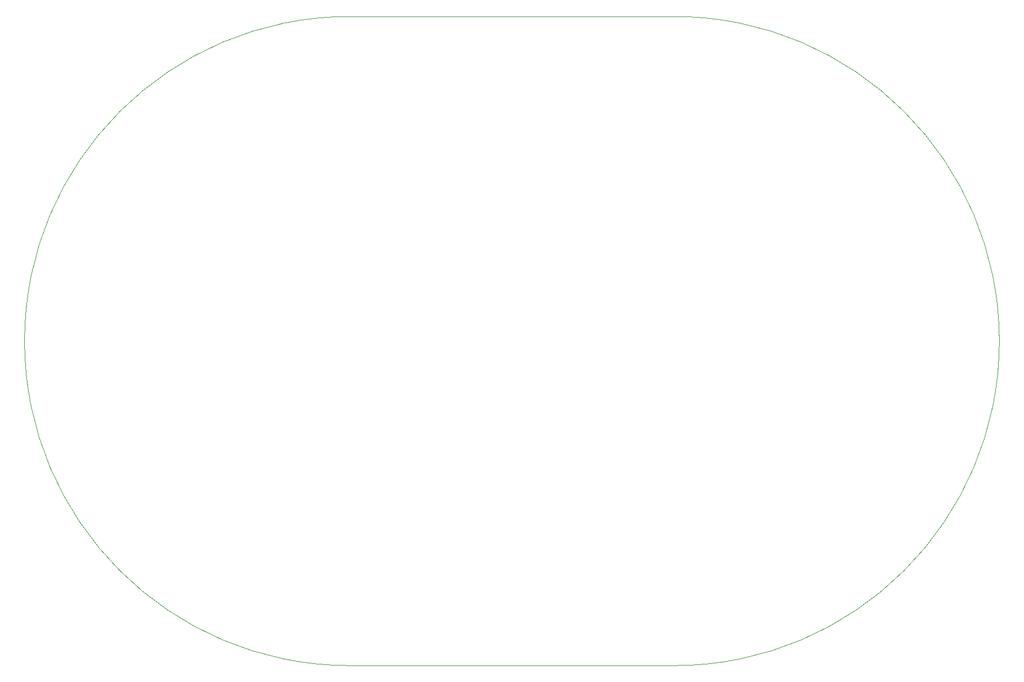
<source format=gbr>
%TF.GenerationSoftware,KiCad,Pcbnew,8.0.1*%
%TF.CreationDate,2024-08-22T17:50:51+03:00*%
%TF.ProjectId,Maze_kiCad,4d617a65-5f6b-4694-9361-642e6b696361,rev?*%
%TF.SameCoordinates,Original*%
%TF.FileFunction,Profile,NP*%
%FSLAX46Y46*%
G04 Gerber Fmt 4.6, Leading zero omitted, Abs format (unit mm)*
G04 Created by KiCad (PCBNEW 8.0.1) date 2024-08-22 17:50:51*
%MOMM*%
%LPD*%
G01*
G04 APERTURE LIST*
%TA.AperFunction,Profile*%
%ADD10C,0.050000*%
%TD*%
G04 APERTURE END LIST*
D10*
X210500000Y-98500000D02*
G75*
G02*
X160500000Y-148500000I-50000000J0D01*
G01*
X60500000Y-98500000D02*
G75*
G02*
X110500000Y-48500000I50000000J0D01*
G01*
X110500000Y-148500000D02*
G75*
G02*
X60500000Y-98500000I0J50000000D01*
G01*
X110500000Y-48500000D02*
X160500000Y-48500000D01*
X110500000Y-148500000D02*
X160500000Y-148500000D01*
X160500000Y-48500000D02*
G75*
G02*
X210500000Y-98500000I0J-50000000D01*
G01*
M02*

</source>
